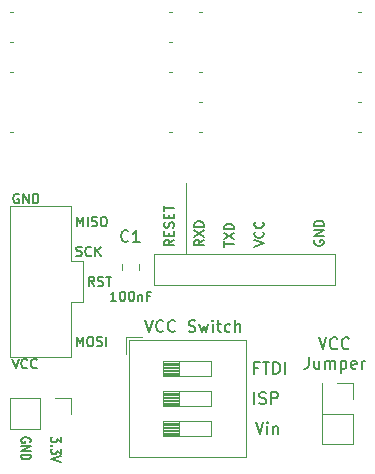
<source format=gbr>
%TF.GenerationSoftware,KiCad,Pcbnew,5.1.5*%
%TF.CreationDate,2020-04-13T15:16:57+02:00*%
%TF.ProjectId,Flash-Station,466c6173-682d-4537-9461-74696f6e2e6b,rev?*%
%TF.SameCoordinates,Original*%
%TF.FileFunction,Legend,Top*%
%TF.FilePolarity,Positive*%
%FSLAX46Y46*%
G04 Gerber Fmt 4.6, Leading zero omitted, Abs format (unit mm)*
G04 Created by KiCad (PCBNEW 5.1.5) date 2020-04-13 15:16:57*
%MOMM*%
%LPD*%
G04 APERTURE LIST*
%ADD10C,0.150000*%
%ADD11C,0.120000*%
G04 APERTURE END LIST*
D10*
X67483690Y-89096904D02*
X67750357Y-89896904D01*
X68017023Y-89096904D01*
X68740833Y-89820714D02*
X68702738Y-89858809D01*
X68588452Y-89896904D01*
X68512261Y-89896904D01*
X68397976Y-89858809D01*
X68321785Y-89782619D01*
X68283690Y-89706428D01*
X68245595Y-89554047D01*
X68245595Y-89439761D01*
X68283690Y-89287380D01*
X68321785Y-89211190D01*
X68397976Y-89135000D01*
X68512261Y-89096904D01*
X68588452Y-89096904D01*
X68702738Y-89135000D01*
X68740833Y-89173095D01*
X69540833Y-89820714D02*
X69502738Y-89858809D01*
X69388452Y-89896904D01*
X69312261Y-89896904D01*
X69197976Y-89858809D01*
X69121785Y-89782619D01*
X69083690Y-89706428D01*
X69045595Y-89554047D01*
X69045595Y-89439761D01*
X69083690Y-89287380D01*
X69121785Y-89211190D01*
X69197976Y-89135000D01*
X69312261Y-89096904D01*
X69388452Y-89096904D01*
X69502738Y-89135000D01*
X69540833Y-89173095D01*
X68017023Y-75165000D02*
X67940833Y-75126904D01*
X67826547Y-75126904D01*
X67712261Y-75165000D01*
X67636071Y-75241190D01*
X67597976Y-75317380D01*
X67559880Y-75469761D01*
X67559880Y-75584047D01*
X67597976Y-75736428D01*
X67636071Y-75812619D01*
X67712261Y-75888809D01*
X67826547Y-75926904D01*
X67902738Y-75926904D01*
X68017023Y-75888809D01*
X68055119Y-75850714D01*
X68055119Y-75584047D01*
X67902738Y-75584047D01*
X68397976Y-75926904D02*
X68397976Y-75126904D01*
X68855119Y-75926904D01*
X68855119Y-75126904D01*
X69236071Y-75926904D02*
X69236071Y-75126904D01*
X69426547Y-75126904D01*
X69540833Y-75165000D01*
X69617023Y-75241190D01*
X69655119Y-75317380D01*
X69693214Y-75469761D01*
X69693214Y-75584047D01*
X69655119Y-75736428D01*
X69617023Y-75812619D01*
X69540833Y-75888809D01*
X69426547Y-75926904D01*
X69236071Y-75926904D01*
X76272023Y-84181904D02*
X75814880Y-84181904D01*
X76043452Y-84181904D02*
X76043452Y-83381904D01*
X75967261Y-83496190D01*
X75891071Y-83572380D01*
X75814880Y-83610476D01*
X76767261Y-83381904D02*
X76843452Y-83381904D01*
X76919642Y-83420000D01*
X76957738Y-83458095D01*
X76995833Y-83534285D01*
X77033928Y-83686666D01*
X77033928Y-83877142D01*
X76995833Y-84029523D01*
X76957738Y-84105714D01*
X76919642Y-84143809D01*
X76843452Y-84181904D01*
X76767261Y-84181904D01*
X76691071Y-84143809D01*
X76652976Y-84105714D01*
X76614880Y-84029523D01*
X76576785Y-83877142D01*
X76576785Y-83686666D01*
X76614880Y-83534285D01*
X76652976Y-83458095D01*
X76691071Y-83420000D01*
X76767261Y-83381904D01*
X77529166Y-83381904D02*
X77605357Y-83381904D01*
X77681547Y-83420000D01*
X77719642Y-83458095D01*
X77757738Y-83534285D01*
X77795833Y-83686666D01*
X77795833Y-83877142D01*
X77757738Y-84029523D01*
X77719642Y-84105714D01*
X77681547Y-84143809D01*
X77605357Y-84181904D01*
X77529166Y-84181904D01*
X77452976Y-84143809D01*
X77414880Y-84105714D01*
X77376785Y-84029523D01*
X77338690Y-83877142D01*
X77338690Y-83686666D01*
X77376785Y-83534285D01*
X77414880Y-83458095D01*
X77452976Y-83420000D01*
X77529166Y-83381904D01*
X78138690Y-83648571D02*
X78138690Y-84181904D01*
X78138690Y-83724761D02*
X78176785Y-83686666D01*
X78252976Y-83648571D01*
X78367261Y-83648571D01*
X78443452Y-83686666D01*
X78481547Y-83762857D01*
X78481547Y-84181904D01*
X79129166Y-83762857D02*
X78862500Y-83762857D01*
X78862500Y-84181904D02*
X78862500Y-83381904D01*
X79243452Y-83381904D01*
D11*
X82169000Y-74168000D02*
X82169000Y-80137000D01*
D10*
X93072000Y-79048976D02*
X93033904Y-79125166D01*
X93033904Y-79239452D01*
X93072000Y-79353738D01*
X93148190Y-79429928D01*
X93224380Y-79468023D01*
X93376761Y-79506119D01*
X93491047Y-79506119D01*
X93643428Y-79468023D01*
X93719619Y-79429928D01*
X93795809Y-79353738D01*
X93833904Y-79239452D01*
X93833904Y-79163261D01*
X93795809Y-79048976D01*
X93757714Y-79010880D01*
X93491047Y-79010880D01*
X93491047Y-79163261D01*
X93833904Y-78668023D02*
X93033904Y-78668023D01*
X93833904Y-78210880D01*
X93033904Y-78210880D01*
X93833904Y-77829928D02*
X93033904Y-77829928D01*
X93033904Y-77639452D01*
X93072000Y-77525166D01*
X93148190Y-77448976D01*
X93224380Y-77410880D01*
X93376761Y-77372785D01*
X93491047Y-77372785D01*
X93643428Y-77410880D01*
X93719619Y-77448976D01*
X93795809Y-77525166D01*
X93833904Y-77639452D01*
X93833904Y-77829928D01*
X87953904Y-79582309D02*
X88753904Y-79315642D01*
X87953904Y-79048976D01*
X88677714Y-78325166D02*
X88715809Y-78363261D01*
X88753904Y-78477547D01*
X88753904Y-78553738D01*
X88715809Y-78668023D01*
X88639619Y-78744214D01*
X88563428Y-78782309D01*
X88411047Y-78820404D01*
X88296761Y-78820404D01*
X88144380Y-78782309D01*
X88068190Y-78744214D01*
X87992000Y-78668023D01*
X87953904Y-78553738D01*
X87953904Y-78477547D01*
X87992000Y-78363261D01*
X88030095Y-78325166D01*
X88677714Y-77525166D02*
X88715809Y-77563261D01*
X88753904Y-77677547D01*
X88753904Y-77753738D01*
X88715809Y-77868023D01*
X88639619Y-77944214D01*
X88563428Y-77982309D01*
X88411047Y-78020404D01*
X88296761Y-78020404D01*
X88144380Y-77982309D01*
X88068190Y-77944214D01*
X87992000Y-77868023D01*
X87953904Y-77753738D01*
X87953904Y-77677547D01*
X87992000Y-77563261D01*
X88030095Y-77525166D01*
X85413904Y-79582309D02*
X85413904Y-79125166D01*
X86213904Y-79353738D02*
X85413904Y-79353738D01*
X85413904Y-78934690D02*
X86213904Y-78401357D01*
X85413904Y-78401357D02*
X86213904Y-78934690D01*
X86213904Y-78096595D02*
X85413904Y-78096595D01*
X85413904Y-77906119D01*
X85452000Y-77791833D01*
X85528190Y-77715642D01*
X85604380Y-77677547D01*
X85756761Y-77639452D01*
X85871047Y-77639452D01*
X86023428Y-77677547D01*
X86099619Y-77715642D01*
X86175809Y-77791833D01*
X86213904Y-77906119D01*
X86213904Y-78096595D01*
X83673904Y-79010880D02*
X83292952Y-79277547D01*
X83673904Y-79468023D02*
X82873904Y-79468023D01*
X82873904Y-79163261D01*
X82912000Y-79087071D01*
X82950095Y-79048976D01*
X83026285Y-79010880D01*
X83140571Y-79010880D01*
X83216761Y-79048976D01*
X83254857Y-79087071D01*
X83292952Y-79163261D01*
X83292952Y-79468023D01*
X82873904Y-78744214D02*
X83673904Y-78210880D01*
X82873904Y-78210880D02*
X83673904Y-78744214D01*
X83673904Y-77906119D02*
X82873904Y-77906119D01*
X82873904Y-77715642D01*
X82912000Y-77601357D01*
X82988190Y-77525166D01*
X83064380Y-77487071D01*
X83216761Y-77448976D01*
X83331047Y-77448976D01*
X83483428Y-77487071D01*
X83559619Y-77525166D01*
X83635809Y-77601357D01*
X83673904Y-77715642D01*
X83673904Y-77906119D01*
X81133904Y-79010880D02*
X80752952Y-79277547D01*
X81133904Y-79468023D02*
X80333904Y-79468023D01*
X80333904Y-79163261D01*
X80372000Y-79087071D01*
X80410095Y-79048976D01*
X80486285Y-79010880D01*
X80600571Y-79010880D01*
X80676761Y-79048976D01*
X80714857Y-79087071D01*
X80752952Y-79163261D01*
X80752952Y-79468023D01*
X80714857Y-78668023D02*
X80714857Y-78401357D01*
X81133904Y-78287071D02*
X81133904Y-78668023D01*
X80333904Y-78668023D01*
X80333904Y-78287071D01*
X81095809Y-77982309D02*
X81133904Y-77868023D01*
X81133904Y-77677547D01*
X81095809Y-77601357D01*
X81057714Y-77563261D01*
X80981523Y-77525166D01*
X80905333Y-77525166D01*
X80829142Y-77563261D01*
X80791047Y-77601357D01*
X80752952Y-77677547D01*
X80714857Y-77829928D01*
X80676761Y-77906119D01*
X80638666Y-77944214D01*
X80562476Y-77982309D01*
X80486285Y-77982309D01*
X80410095Y-77944214D01*
X80372000Y-77906119D01*
X80333904Y-77829928D01*
X80333904Y-77639452D01*
X80372000Y-77525166D01*
X80714857Y-77182309D02*
X80714857Y-76915642D01*
X81133904Y-76801357D02*
X81133904Y-77182309D01*
X80333904Y-77182309D01*
X80333904Y-76801357D01*
X80333904Y-76572785D02*
X80333904Y-76115642D01*
X81133904Y-76344214D02*
X80333904Y-76344214D01*
X71558095Y-95701500D02*
X71558095Y-96134833D01*
X71253333Y-95901500D01*
X71253333Y-96001500D01*
X71215238Y-96068166D01*
X71177142Y-96101500D01*
X71100952Y-96134833D01*
X70910476Y-96134833D01*
X70834285Y-96101500D01*
X70796190Y-96068166D01*
X70758095Y-96001500D01*
X70758095Y-95801500D01*
X70796190Y-95734833D01*
X70834285Y-95701500D01*
X70834285Y-96434833D02*
X70796190Y-96468166D01*
X70758095Y-96434833D01*
X70796190Y-96401500D01*
X70834285Y-96434833D01*
X70758095Y-96434833D01*
X71558095Y-96701500D02*
X71558095Y-97134833D01*
X71253333Y-96901500D01*
X71253333Y-97001500D01*
X71215238Y-97068166D01*
X71177142Y-97101500D01*
X71100952Y-97134833D01*
X70910476Y-97134833D01*
X70834285Y-97101500D01*
X70796190Y-97068166D01*
X70758095Y-97001500D01*
X70758095Y-96801500D01*
X70796190Y-96734833D01*
X70834285Y-96701500D01*
X71558095Y-97334833D02*
X70758095Y-97568166D01*
X71558095Y-97801500D01*
X68980000Y-96134833D02*
X69018095Y-96068166D01*
X69018095Y-95968166D01*
X68980000Y-95868166D01*
X68903809Y-95801500D01*
X68827619Y-95768166D01*
X68675238Y-95734833D01*
X68560952Y-95734833D01*
X68408571Y-95768166D01*
X68332380Y-95801500D01*
X68256190Y-95868166D01*
X68218095Y-95968166D01*
X68218095Y-96034833D01*
X68256190Y-96134833D01*
X68294285Y-96168166D01*
X68560952Y-96168166D01*
X68560952Y-96034833D01*
X68218095Y-96468166D02*
X69018095Y-96468166D01*
X68218095Y-96868166D01*
X69018095Y-96868166D01*
X68218095Y-97201500D02*
X69018095Y-97201500D01*
X69018095Y-97368166D01*
X68980000Y-97468166D01*
X68903809Y-97534833D01*
X68827619Y-97568166D01*
X68675238Y-97601500D01*
X68560952Y-97601500D01*
X68408571Y-97568166D01*
X68332380Y-97534833D01*
X68256190Y-97468166D01*
X68218095Y-97368166D01*
X68218095Y-97201500D01*
X93408666Y-87273380D02*
X93742000Y-88273380D01*
X94075333Y-87273380D01*
X94980095Y-88178142D02*
X94932476Y-88225761D01*
X94789619Y-88273380D01*
X94694380Y-88273380D01*
X94551523Y-88225761D01*
X94456285Y-88130523D01*
X94408666Y-88035285D01*
X94361047Y-87844809D01*
X94361047Y-87701952D01*
X94408666Y-87511476D01*
X94456285Y-87416238D01*
X94551523Y-87321000D01*
X94694380Y-87273380D01*
X94789619Y-87273380D01*
X94932476Y-87321000D01*
X94980095Y-87368619D01*
X95980095Y-88178142D02*
X95932476Y-88225761D01*
X95789619Y-88273380D01*
X95694380Y-88273380D01*
X95551523Y-88225761D01*
X95456285Y-88130523D01*
X95408666Y-88035285D01*
X95361047Y-87844809D01*
X95361047Y-87701952D01*
X95408666Y-87511476D01*
X95456285Y-87416238D01*
X95551523Y-87321000D01*
X95694380Y-87273380D01*
X95789619Y-87273380D01*
X95932476Y-87321000D01*
X95980095Y-87368619D01*
X92575333Y-88923380D02*
X92575333Y-89637666D01*
X92527714Y-89780523D01*
X92432476Y-89875761D01*
X92289619Y-89923380D01*
X92194380Y-89923380D01*
X93480095Y-89256714D02*
X93480095Y-89923380D01*
X93051523Y-89256714D02*
X93051523Y-89780523D01*
X93099142Y-89875761D01*
X93194380Y-89923380D01*
X93337238Y-89923380D01*
X93432476Y-89875761D01*
X93480095Y-89828142D01*
X93956285Y-89923380D02*
X93956285Y-89256714D01*
X93956285Y-89351952D02*
X94003904Y-89304333D01*
X94099142Y-89256714D01*
X94242000Y-89256714D01*
X94337238Y-89304333D01*
X94384857Y-89399571D01*
X94384857Y-89923380D01*
X94384857Y-89399571D02*
X94432476Y-89304333D01*
X94527714Y-89256714D01*
X94670571Y-89256714D01*
X94765809Y-89304333D01*
X94813428Y-89399571D01*
X94813428Y-89923380D01*
X95289619Y-89256714D02*
X95289619Y-90256714D01*
X95289619Y-89304333D02*
X95384857Y-89256714D01*
X95575333Y-89256714D01*
X95670571Y-89304333D01*
X95718190Y-89351952D01*
X95765809Y-89447190D01*
X95765809Y-89732904D01*
X95718190Y-89828142D01*
X95670571Y-89875761D01*
X95575333Y-89923380D01*
X95384857Y-89923380D01*
X95289619Y-89875761D01*
X96575333Y-89875761D02*
X96480095Y-89923380D01*
X96289619Y-89923380D01*
X96194380Y-89875761D01*
X96146761Y-89780523D01*
X96146761Y-89399571D01*
X96194380Y-89304333D01*
X96289619Y-89256714D01*
X96480095Y-89256714D01*
X96575333Y-89304333D01*
X96622952Y-89399571D01*
X96622952Y-89494809D01*
X96146761Y-89590047D01*
X97051523Y-89923380D02*
X97051523Y-89256714D01*
X97051523Y-89447190D02*
X97099142Y-89351952D01*
X97146761Y-89304333D01*
X97242000Y-89256714D01*
X97337238Y-89256714D01*
X72931976Y-87991904D02*
X72931976Y-87191904D01*
X73198642Y-87763333D01*
X73465309Y-87191904D01*
X73465309Y-87991904D01*
X73998642Y-87191904D02*
X74151023Y-87191904D01*
X74227214Y-87230000D01*
X74303404Y-87306190D01*
X74341500Y-87458571D01*
X74341500Y-87725238D01*
X74303404Y-87877619D01*
X74227214Y-87953809D01*
X74151023Y-87991904D01*
X73998642Y-87991904D01*
X73922452Y-87953809D01*
X73846261Y-87877619D01*
X73808166Y-87725238D01*
X73808166Y-87458571D01*
X73846261Y-87306190D01*
X73922452Y-87230000D01*
X73998642Y-87191904D01*
X74646261Y-87953809D02*
X74760547Y-87991904D01*
X74951023Y-87991904D01*
X75027214Y-87953809D01*
X75065309Y-87915714D01*
X75103404Y-87839523D01*
X75103404Y-87763333D01*
X75065309Y-87687142D01*
X75027214Y-87649047D01*
X74951023Y-87610952D01*
X74798642Y-87572857D01*
X74722452Y-87534761D01*
X74684357Y-87496666D01*
X74646261Y-87420476D01*
X74646261Y-87344285D01*
X74684357Y-87268095D01*
X74722452Y-87230000D01*
X74798642Y-87191904D01*
X74989119Y-87191904D01*
X75103404Y-87230000D01*
X75446261Y-87991904D02*
X75446261Y-87191904D01*
X72893880Y-80333809D02*
X73008166Y-80371904D01*
X73198642Y-80371904D01*
X73274833Y-80333809D01*
X73312928Y-80295714D01*
X73351023Y-80219523D01*
X73351023Y-80143333D01*
X73312928Y-80067142D01*
X73274833Y-80029047D01*
X73198642Y-79990952D01*
X73046261Y-79952857D01*
X72970071Y-79914761D01*
X72931976Y-79876666D01*
X72893880Y-79800476D01*
X72893880Y-79724285D01*
X72931976Y-79648095D01*
X72970071Y-79610000D01*
X73046261Y-79571904D01*
X73236738Y-79571904D01*
X73351023Y-79610000D01*
X74151023Y-80295714D02*
X74112928Y-80333809D01*
X73998642Y-80371904D01*
X73922452Y-80371904D01*
X73808166Y-80333809D01*
X73731976Y-80257619D01*
X73693880Y-80181428D01*
X73655785Y-80029047D01*
X73655785Y-79914761D01*
X73693880Y-79762380D01*
X73731976Y-79686190D01*
X73808166Y-79610000D01*
X73922452Y-79571904D01*
X73998642Y-79571904D01*
X74112928Y-79610000D01*
X74151023Y-79648095D01*
X74493880Y-80371904D02*
X74493880Y-79571904D01*
X74951023Y-80371904D02*
X74608166Y-79914761D01*
X74951023Y-79571904D02*
X74493880Y-80029047D01*
X74405119Y-82911904D02*
X74138452Y-82530952D01*
X73947976Y-82911904D02*
X73947976Y-82111904D01*
X74252738Y-82111904D01*
X74328928Y-82150000D01*
X74367023Y-82188095D01*
X74405119Y-82264285D01*
X74405119Y-82378571D01*
X74367023Y-82454761D01*
X74328928Y-82492857D01*
X74252738Y-82530952D01*
X73947976Y-82530952D01*
X74709880Y-82873809D02*
X74824166Y-82911904D01*
X75014642Y-82911904D01*
X75090833Y-82873809D01*
X75128928Y-82835714D01*
X75167023Y-82759523D01*
X75167023Y-82683333D01*
X75128928Y-82607142D01*
X75090833Y-82569047D01*
X75014642Y-82530952D01*
X74862261Y-82492857D01*
X74786071Y-82454761D01*
X74747976Y-82416666D01*
X74709880Y-82340476D01*
X74709880Y-82264285D01*
X74747976Y-82188095D01*
X74786071Y-82150000D01*
X74862261Y-82111904D01*
X75052738Y-82111904D01*
X75167023Y-82150000D01*
X75395595Y-82111904D02*
X75852738Y-82111904D01*
X75624166Y-82911904D02*
X75624166Y-82111904D01*
X72931976Y-77831904D02*
X72931976Y-77031904D01*
X73198642Y-77603333D01*
X73465309Y-77031904D01*
X73465309Y-77831904D01*
X73846261Y-77831904D02*
X73846261Y-77031904D01*
X74189119Y-77793809D02*
X74303404Y-77831904D01*
X74493880Y-77831904D01*
X74570071Y-77793809D01*
X74608166Y-77755714D01*
X74646261Y-77679523D01*
X74646261Y-77603333D01*
X74608166Y-77527142D01*
X74570071Y-77489047D01*
X74493880Y-77450952D01*
X74341500Y-77412857D01*
X74265309Y-77374761D01*
X74227214Y-77336666D01*
X74189119Y-77260476D01*
X74189119Y-77184285D01*
X74227214Y-77108095D01*
X74265309Y-77070000D01*
X74341500Y-77031904D01*
X74531976Y-77031904D01*
X74646261Y-77070000D01*
X75141500Y-77031904D02*
X75293880Y-77031904D01*
X75370071Y-77070000D01*
X75446261Y-77146190D01*
X75484357Y-77298571D01*
X75484357Y-77565238D01*
X75446261Y-77717619D01*
X75370071Y-77793809D01*
X75293880Y-77831904D01*
X75141500Y-77831904D01*
X75065309Y-77793809D01*
X74989119Y-77717619D01*
X74951023Y-77565238D01*
X74951023Y-77298571D01*
X74989119Y-77146190D01*
X75065309Y-77070000D01*
X75141500Y-77031904D01*
X88076738Y-94448380D02*
X88410071Y-95448380D01*
X88743404Y-94448380D01*
X89076738Y-95448380D02*
X89076738Y-94781714D01*
X89076738Y-94448380D02*
X89029119Y-94496000D01*
X89076738Y-94543619D01*
X89124357Y-94496000D01*
X89076738Y-94448380D01*
X89076738Y-94543619D01*
X89552928Y-94781714D02*
X89552928Y-95448380D01*
X89552928Y-94876952D02*
X89600547Y-94829333D01*
X89695785Y-94781714D01*
X89838642Y-94781714D01*
X89933880Y-94829333D01*
X89981500Y-94924571D01*
X89981500Y-95448380D01*
X87965595Y-92908380D02*
X87965595Y-91908380D01*
X88394166Y-92860761D02*
X88537023Y-92908380D01*
X88775119Y-92908380D01*
X88870357Y-92860761D01*
X88917976Y-92813142D01*
X88965595Y-92717904D01*
X88965595Y-92622666D01*
X88917976Y-92527428D01*
X88870357Y-92479809D01*
X88775119Y-92432190D01*
X88584642Y-92384571D01*
X88489404Y-92336952D01*
X88441785Y-92289333D01*
X88394166Y-92194095D01*
X88394166Y-92098857D01*
X88441785Y-92003619D01*
X88489404Y-91956000D01*
X88584642Y-91908380D01*
X88822738Y-91908380D01*
X88965595Y-91956000D01*
X89394166Y-92908380D02*
X89394166Y-91908380D01*
X89775119Y-91908380D01*
X89870357Y-91956000D01*
X89917976Y-92003619D01*
X89965595Y-92098857D01*
X89965595Y-92241714D01*
X89917976Y-92336952D01*
X89870357Y-92384571D01*
X89775119Y-92432190D01*
X89394166Y-92432190D01*
X88298928Y-89844571D02*
X87965595Y-89844571D01*
X87965595Y-90368380D02*
X87965595Y-89368380D01*
X88441785Y-89368380D01*
X88679880Y-89368380D02*
X89251309Y-89368380D01*
X88965595Y-90368380D02*
X88965595Y-89368380D01*
X89584642Y-90368380D02*
X89584642Y-89368380D01*
X89822738Y-89368380D01*
X89965595Y-89416000D01*
X90060833Y-89511238D01*
X90108452Y-89606476D01*
X90156071Y-89796952D01*
X90156071Y-89939809D01*
X90108452Y-90130285D01*
X90060833Y-90225523D01*
X89965595Y-90320761D01*
X89822738Y-90368380D01*
X89584642Y-90368380D01*
X90584642Y-90368380D02*
X90584642Y-89368380D01*
D11*
X80772000Y-82864000D02*
X79442000Y-82864000D01*
X79442000Y-82864000D02*
X79442000Y-80204000D01*
X79442000Y-80204000D02*
X94802000Y-80204000D01*
X80532000Y-82864000D02*
X94802000Y-82864000D01*
X94802000Y-82864000D02*
X94802000Y-80204000D01*
X69850000Y-76140000D02*
X72450000Y-76140000D01*
X67270000Y-76140000D02*
X69850000Y-76140000D01*
X67250000Y-78740000D02*
X67250000Y-76150000D01*
X67250000Y-78740000D02*
X67250000Y-88960000D01*
X67250000Y-88960000D02*
X72450000Y-88960000D01*
X72450000Y-84240000D02*
X72450000Y-88960000D01*
X72450000Y-80800000D02*
X73460000Y-80800000D01*
X73460000Y-80800000D02*
X73460000Y-84240000D01*
X73460000Y-84240000D02*
X72450000Y-84240000D01*
X72450000Y-76140000D02*
X72450000Y-80800000D01*
X67564000Y-69850000D02*
X67310000Y-69850000D01*
X67564000Y-64770000D02*
X67310000Y-64770000D01*
X67564000Y-62230000D02*
X67310000Y-62230000D01*
X67564000Y-59690000D02*
X67310000Y-59690000D01*
X81026000Y-69850000D02*
X80772000Y-69850000D01*
X81026000Y-59690000D02*
X80772000Y-59690000D01*
X81026000Y-64770000D02*
X80772000Y-64770000D01*
X81026000Y-62230000D02*
X80772000Y-62230000D01*
X96774000Y-59690000D02*
X97028000Y-59690000D01*
X96774000Y-64770000D02*
X97028000Y-64770000D01*
X96774000Y-67310000D02*
X97028000Y-67310000D01*
X96774000Y-69850000D02*
X97028000Y-69850000D01*
X83312000Y-59690000D02*
X83566000Y-59690000D01*
X83312000Y-69850000D02*
X83566000Y-69850000D01*
X83312000Y-64770000D02*
X83566000Y-64770000D01*
X83312000Y-67310000D02*
X83566000Y-67310000D01*
X96326000Y-91126000D02*
X96326000Y-92456000D01*
X94996000Y-91126000D02*
X96326000Y-91126000D01*
X96326000Y-93726000D02*
X96326000Y-96326000D01*
X93726000Y-93726000D02*
X96326000Y-93726000D01*
X93726000Y-91126000D02*
X93726000Y-93726000D01*
X96326000Y-96326000D02*
X93666000Y-96326000D01*
X93726000Y-91126000D02*
X93666000Y-91126000D01*
X93666000Y-91126000D02*
X93666000Y-96326000D01*
X72450000Y-92396000D02*
X72450000Y-93726000D01*
X71120000Y-92396000D02*
X72450000Y-92396000D01*
X69850000Y-92396000D02*
X69850000Y-95056000D01*
X69850000Y-95056000D02*
X67250000Y-95056000D01*
X69850000Y-92396000D02*
X67250000Y-92396000D01*
X67250000Y-92396000D02*
X67250000Y-95056000D01*
X81619333Y-94361000D02*
X81619333Y-95631000D01*
X80266000Y-95561000D02*
X81619333Y-95561000D01*
X80266000Y-95441000D02*
X81619333Y-95441000D01*
X80266000Y-95321000D02*
X81619333Y-95321000D01*
X80266000Y-95201000D02*
X81619333Y-95201000D01*
X80266000Y-95081000D02*
X81619333Y-95081000D01*
X80266000Y-94961000D02*
X81619333Y-94961000D01*
X80266000Y-94841000D02*
X81619333Y-94841000D01*
X80266000Y-94721000D02*
X81619333Y-94721000D01*
X80266000Y-94601000D02*
X81619333Y-94601000D01*
X80266000Y-94481000D02*
X81619333Y-94481000D01*
X84326000Y-94361000D02*
X80266000Y-94361000D01*
X84326000Y-95631000D02*
X84326000Y-94361000D01*
X80266000Y-95631000D02*
X84326000Y-95631000D01*
X80266000Y-94361000D02*
X80266000Y-95631000D01*
X81619333Y-91821000D02*
X81619333Y-93091000D01*
X80266000Y-93021000D02*
X81619333Y-93021000D01*
X80266000Y-92901000D02*
X81619333Y-92901000D01*
X80266000Y-92781000D02*
X81619333Y-92781000D01*
X80266000Y-92661000D02*
X81619333Y-92661000D01*
X80266000Y-92541000D02*
X81619333Y-92541000D01*
X80266000Y-92421000D02*
X81619333Y-92421000D01*
X80266000Y-92301000D02*
X81619333Y-92301000D01*
X80266000Y-92181000D02*
X81619333Y-92181000D01*
X80266000Y-92061000D02*
X81619333Y-92061000D01*
X80266000Y-91941000D02*
X81619333Y-91941000D01*
X84326000Y-91821000D02*
X80266000Y-91821000D01*
X84326000Y-93091000D02*
X84326000Y-91821000D01*
X80266000Y-93091000D02*
X84326000Y-93091000D01*
X80266000Y-91821000D02*
X80266000Y-93091000D01*
X81619333Y-89281000D02*
X81619333Y-90551000D01*
X80266000Y-90481000D02*
X81619333Y-90481000D01*
X80266000Y-90361000D02*
X81619333Y-90361000D01*
X80266000Y-90241000D02*
X81619333Y-90241000D01*
X80266000Y-90121000D02*
X81619333Y-90121000D01*
X80266000Y-90001000D02*
X81619333Y-90001000D01*
X80266000Y-89881000D02*
X81619333Y-89881000D01*
X80266000Y-89761000D02*
X81619333Y-89761000D01*
X80266000Y-89641000D02*
X81619333Y-89641000D01*
X80266000Y-89521000D02*
X81619333Y-89521000D01*
X80266000Y-89401000D02*
X81619333Y-89401000D01*
X84326000Y-89281000D02*
X80266000Y-89281000D01*
X84326000Y-90551000D02*
X84326000Y-89281000D01*
X80266000Y-90551000D02*
X84326000Y-90551000D01*
X80266000Y-89281000D02*
X80266000Y-90551000D01*
X77106000Y-87256000D02*
X77106000Y-88639000D01*
X77106000Y-87256000D02*
X78490000Y-87256000D01*
X87246000Y-87496000D02*
X87246000Y-97416000D01*
X77346000Y-87496000D02*
X77346000Y-97416000D01*
X77346000Y-97416000D02*
X87246000Y-97416000D01*
X77346000Y-87496000D02*
X87246000Y-87496000D01*
X78180000Y-81018748D02*
X78180000Y-81541252D01*
X76760000Y-81018748D02*
X76760000Y-81541252D01*
D10*
X78684952Y-85812380D02*
X79018285Y-86812380D01*
X79351619Y-85812380D01*
X80256380Y-86717142D02*
X80208761Y-86764761D01*
X80065904Y-86812380D01*
X79970666Y-86812380D01*
X79827809Y-86764761D01*
X79732571Y-86669523D01*
X79684952Y-86574285D01*
X79637333Y-86383809D01*
X79637333Y-86240952D01*
X79684952Y-86050476D01*
X79732571Y-85955238D01*
X79827809Y-85860000D01*
X79970666Y-85812380D01*
X80065904Y-85812380D01*
X80208761Y-85860000D01*
X80256380Y-85907619D01*
X81256380Y-86717142D02*
X81208761Y-86764761D01*
X81065904Y-86812380D01*
X80970666Y-86812380D01*
X80827809Y-86764761D01*
X80732571Y-86669523D01*
X80684952Y-86574285D01*
X80637333Y-86383809D01*
X80637333Y-86240952D01*
X80684952Y-86050476D01*
X80732571Y-85955238D01*
X80827809Y-85860000D01*
X80970666Y-85812380D01*
X81065904Y-85812380D01*
X81208761Y-85860000D01*
X81256380Y-85907619D01*
X82399238Y-86764761D02*
X82542095Y-86812380D01*
X82780190Y-86812380D01*
X82875428Y-86764761D01*
X82923047Y-86717142D01*
X82970666Y-86621904D01*
X82970666Y-86526666D01*
X82923047Y-86431428D01*
X82875428Y-86383809D01*
X82780190Y-86336190D01*
X82589714Y-86288571D01*
X82494476Y-86240952D01*
X82446857Y-86193333D01*
X82399238Y-86098095D01*
X82399238Y-86002857D01*
X82446857Y-85907619D01*
X82494476Y-85860000D01*
X82589714Y-85812380D01*
X82827809Y-85812380D01*
X82970666Y-85860000D01*
X83304000Y-86145714D02*
X83494476Y-86812380D01*
X83684952Y-86336190D01*
X83875428Y-86812380D01*
X84065904Y-86145714D01*
X84446857Y-86812380D02*
X84446857Y-86145714D01*
X84446857Y-85812380D02*
X84399238Y-85860000D01*
X84446857Y-85907619D01*
X84494476Y-85860000D01*
X84446857Y-85812380D01*
X84446857Y-85907619D01*
X84780190Y-86145714D02*
X85161142Y-86145714D01*
X84923047Y-85812380D02*
X84923047Y-86669523D01*
X84970666Y-86764761D01*
X85065904Y-86812380D01*
X85161142Y-86812380D01*
X85923047Y-86764761D02*
X85827809Y-86812380D01*
X85637333Y-86812380D01*
X85542095Y-86764761D01*
X85494476Y-86717142D01*
X85446857Y-86621904D01*
X85446857Y-86336190D01*
X85494476Y-86240952D01*
X85542095Y-86193333D01*
X85637333Y-86145714D01*
X85827809Y-86145714D01*
X85923047Y-86193333D01*
X86351619Y-86812380D02*
X86351619Y-85812380D01*
X86780190Y-86812380D02*
X86780190Y-86288571D01*
X86732571Y-86193333D01*
X86637333Y-86145714D01*
X86494476Y-86145714D01*
X86399238Y-86193333D01*
X86351619Y-86240952D01*
X77303333Y-79097142D02*
X77255714Y-79144761D01*
X77112857Y-79192380D01*
X77017619Y-79192380D01*
X76874761Y-79144761D01*
X76779523Y-79049523D01*
X76731904Y-78954285D01*
X76684285Y-78763809D01*
X76684285Y-78620952D01*
X76731904Y-78430476D01*
X76779523Y-78335238D01*
X76874761Y-78240000D01*
X77017619Y-78192380D01*
X77112857Y-78192380D01*
X77255714Y-78240000D01*
X77303333Y-78287619D01*
X78255714Y-79192380D02*
X77684285Y-79192380D01*
X77970000Y-79192380D02*
X77970000Y-78192380D01*
X77874761Y-78335238D01*
X77779523Y-78430476D01*
X77684285Y-78478095D01*
M02*

</source>
